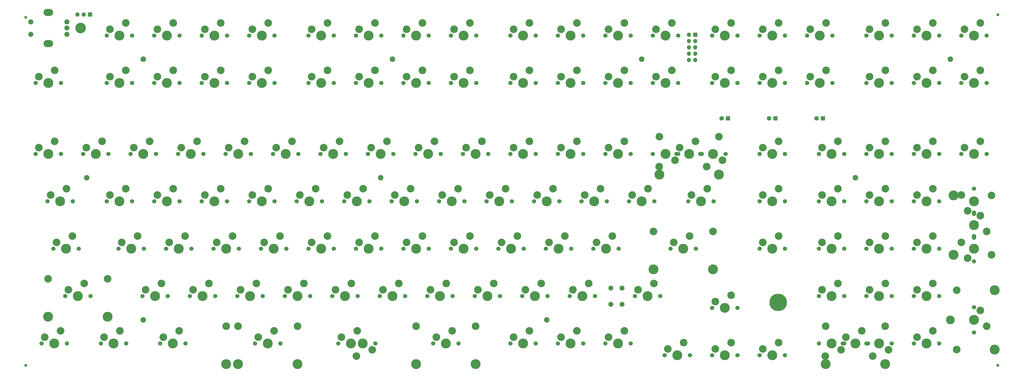
<source format=gbr>
G04 #@! TF.GenerationSoftware,KiCad,Pcbnew,7.0.2*
G04 #@! TF.CreationDate,2023-05-19T23:45:26-04:00*
G04 #@! TF.ProjectId,Boston-keyboard-V082DHA,426f7374-6f6e-42d6-9b65-79626f617264,rev?*
G04 #@! TF.SameCoordinates,Original*
G04 #@! TF.FileFunction,Soldermask,Top*
G04 #@! TF.FilePolarity,Negative*
%FSLAX46Y46*%
G04 Gerber Fmt 4.6, Leading zero omitted, Abs format (unit mm)*
G04 Created by KiCad (PCBNEW 7.0.2) date 2023-05-19 23:45:26*
%MOMM*%
%LPD*%
G01*
G04 APERTURE LIST*
%ADD10C,3.048000*%
%ADD11C,3.987800*%
%ADD12C,1.701800*%
%ADD13C,0.800000*%
%ADD14C,7.000000*%
%ADD15C,2.200000*%
%ADD16R,1.800000X1.800000*%
%ADD17C,1.800000*%
%ADD18C,1.152000*%
%ADD19C,2.000000*%
%ADD20R,1.700000X1.700000*%
%ADD21O,1.700000X1.700000*%
%ADD22C,3.500000*%
%ADD23O,2.768600X1.651000*%
%ADD24C,1.016000*%
%ADD25C,2.032000*%
%ADD26O,3.900000X2.799999*%
%ADD27C,4.250000*%
G04 APERTURE END LIST*
D10*
X221733750Y-160660000D03*
X228083750Y-158120000D03*
X237481750Y-156215000D03*
D11*
X213605750Y-171455000D03*
D10*
X213605750Y-156215000D03*
D12*
X220463750Y-163200000D03*
D11*
X225543750Y-163200000D03*
D12*
X230623750Y-163200000D03*
D11*
X237481750Y-171455000D03*
D10*
X150296250Y-160660000D03*
D11*
X166044250Y-171455000D03*
X154106250Y-163200000D03*
D10*
X156646250Y-158120000D03*
X166044250Y-156215000D03*
X142168250Y-156215000D03*
D12*
X149026250Y-163200000D03*
D11*
X142168250Y-171455000D03*
D12*
X159186250Y-163200000D03*
D11*
X187443750Y-163200000D03*
D10*
X137405750Y-156215000D03*
X237481750Y-156215000D03*
D12*
X182363750Y-163200000D03*
X192523750Y-163200000D03*
D11*
X137405750Y-171455000D03*
X237481750Y-171455000D03*
D10*
X189983750Y-158120000D03*
X183633750Y-160660000D03*
D13*
X356268500Y-146649500D03*
X357037345Y-144793345D03*
X357037345Y-148505655D03*
X358893500Y-144024500D03*
D14*
X358893500Y-146649500D03*
D13*
X358893500Y-149274500D03*
X360749655Y-144793345D03*
X360749655Y-148505655D03*
X361518500Y-146649500D03*
D15*
X304125200Y-48899992D03*
X389850272Y-96525032D03*
X427950304Y-48899992D03*
D16*
X338732500Y-72712500D03*
D17*
X336192500Y-72712500D03*
D18*
X447000000Y-31000000D03*
D16*
X357782500Y-72712500D03*
D17*
X355242500Y-72712500D03*
D19*
X291750000Y-147400000D03*
X291750000Y-140900000D03*
X296250000Y-147400000D03*
X296250000Y-140900000D03*
D20*
X82825000Y-30950000D03*
D21*
X80285000Y-30950000D03*
X77745000Y-30950000D03*
D18*
X57000000Y-172000000D03*
D15*
X266025168Y-153675080D03*
D18*
X57000000Y-32000000D03*
D15*
X199350112Y-96525032D03*
X104100032Y-153675080D03*
X204112500Y-48900000D03*
D22*
X427950304Y-153675080D03*
D15*
X81478138Y-96525032D03*
D20*
X325655625Y-39087500D03*
D21*
X323115625Y-39087500D03*
X325655625Y-41627500D03*
X323115625Y-41627500D03*
X325655625Y-44167500D03*
X323115625Y-44167500D03*
X325655625Y-46707500D03*
X323115625Y-46707500D03*
X325655625Y-49247500D03*
X323115625Y-49247500D03*
D16*
X376832500Y-72712500D03*
D17*
X374292500Y-72712500D03*
D18*
X447000000Y-172000000D03*
D12*
X280630000Y-87000000D03*
D10*
X278090000Y-81920000D03*
D11*
X275550000Y-87000000D03*
D10*
X271740000Y-84460000D03*
D12*
X270470000Y-87000000D03*
D11*
X401788000Y-171455000D03*
D10*
X401788000Y-156215000D03*
D12*
X394930000Y-163200000D03*
D10*
X392390000Y-158120000D03*
D11*
X389850000Y-163200000D03*
D10*
X386040000Y-160660000D03*
D12*
X384770000Y-163200000D03*
D11*
X377912000Y-171455000D03*
D10*
X377912000Y-156215000D03*
D12*
X256817500Y-125100000D03*
D10*
X254277500Y-120020000D03*
D11*
X251737500Y-125100000D03*
D10*
X247927500Y-122560000D03*
D12*
X246657500Y-125100000D03*
X423505000Y-163200000D03*
D10*
X420965000Y-158120000D03*
D11*
X418425000Y-163200000D03*
D10*
X414615000Y-160660000D03*
D12*
X413345000Y-163200000D03*
X261580000Y-163200000D03*
D10*
X259040000Y-158120000D03*
D11*
X256500000Y-163200000D03*
D10*
X252690000Y-160660000D03*
D12*
X251420000Y-163200000D03*
X99655000Y-58425000D03*
D10*
X97115000Y-53345000D03*
D11*
X94575000Y-58425000D03*
D10*
X90765000Y-55885000D03*
D12*
X89495000Y-58425000D03*
X309205000Y-106050000D03*
D10*
X306665000Y-100970000D03*
D11*
X304125000Y-106050000D03*
D10*
X300315000Y-103510000D03*
D12*
X299045000Y-106050000D03*
X218717500Y-39375000D03*
D10*
X216177500Y-34295000D03*
D11*
X213637500Y-39375000D03*
D10*
X209827500Y-36835000D03*
D12*
X208557500Y-39375000D03*
X437475000Y-100970000D03*
D10*
X432395000Y-103510000D03*
D11*
X437475000Y-106050000D03*
D10*
X434935000Y-109860000D03*
D12*
X437475000Y-111130000D03*
X342542500Y-58425000D03*
D10*
X340002500Y-53345000D03*
D11*
X337462500Y-58425000D03*
D10*
X333652500Y-55885000D03*
D12*
X332382500Y-58425000D03*
X361592500Y-125100000D03*
D10*
X359052500Y-120020000D03*
D11*
X356512500Y-125100000D03*
D10*
X352702500Y-122560000D03*
D12*
X351432500Y-125100000D03*
X361592500Y-106050000D03*
D10*
X359052500Y-100970000D03*
D11*
X356512500Y-106050000D03*
D10*
X352702500Y-103510000D03*
D12*
X351432500Y-106050000D03*
X423505000Y-125100000D03*
D10*
X420965000Y-120020000D03*
D11*
X418425000Y-125100000D03*
D10*
X414615000Y-122560000D03*
D12*
X413345000Y-125100000D03*
X97273750Y-163200000D03*
D10*
X94733750Y-158120000D03*
D11*
X92193750Y-163200000D03*
D10*
X88383750Y-160660000D03*
D12*
X87113750Y-163200000D03*
D11*
X89844250Y-152405000D03*
D10*
X89844250Y-137165000D03*
D12*
X82986250Y-144150000D03*
D10*
X80446250Y-139070000D03*
D11*
X77906250Y-144150000D03*
D10*
X74096250Y-141610000D03*
D12*
X72826250Y-144150000D03*
D11*
X65968250Y-152405000D03*
D10*
X65968250Y-137165000D03*
D12*
X394295000Y-163200000D03*
D10*
X396835000Y-168280000D03*
D11*
X399375000Y-163200000D03*
D10*
X403185000Y-165740000D03*
D12*
X404455000Y-163200000D03*
X142517500Y-125100000D03*
D10*
X139977500Y-120020000D03*
D11*
X137437500Y-125100000D03*
D10*
X133627500Y-122560000D03*
D12*
X132357500Y-125100000D03*
X299680000Y-39375000D03*
D10*
X297140000Y-34295000D03*
D11*
X294600000Y-39375000D03*
D10*
X290790000Y-36835000D03*
D12*
X289520000Y-39375000D03*
X333017500Y-106050000D03*
D10*
X330477500Y-100970000D03*
D11*
X327937500Y-106050000D03*
D10*
X324127500Y-103510000D03*
D12*
X322857500Y-106050000D03*
X132992500Y-144150000D03*
D10*
X130452500Y-139070000D03*
D11*
X127912500Y-144150000D03*
D10*
X124102500Y-141610000D03*
D12*
X122832500Y-144150000D03*
X266342500Y-144150000D03*
D10*
X263802500Y-139070000D03*
D11*
X261262500Y-144150000D03*
D10*
X257452500Y-141610000D03*
D12*
X256182500Y-144150000D03*
X218717500Y-125100000D03*
D10*
X216177500Y-120020000D03*
D11*
X213637500Y-125100000D03*
D10*
X209827500Y-122560000D03*
D12*
X208557500Y-125100000D03*
X185380000Y-87000000D03*
D10*
X182840000Y-81920000D03*
D11*
X180300000Y-87000000D03*
D10*
X176490000Y-84460000D03*
D12*
X175220000Y-87000000D03*
D11*
X332731964Y-133355000D03*
D10*
X332731964Y-118115000D03*
D12*
X325873964Y-125100000D03*
D10*
X323333964Y-120020000D03*
D11*
X320793964Y-125100000D03*
D10*
X316983964Y-122560000D03*
D12*
X315713964Y-125100000D03*
D11*
X308855964Y-133355000D03*
D10*
X308855964Y-118115000D03*
D12*
X299680000Y-87000000D03*
D10*
X297140000Y-81920000D03*
D11*
X294600000Y-87000000D03*
D10*
X290790000Y-84460000D03*
D12*
X289520000Y-87000000D03*
X156805000Y-58425000D03*
D10*
X154265000Y-53345000D03*
D11*
X151725000Y-58425000D03*
D10*
X147915000Y-55885000D03*
D12*
X146645000Y-58425000D03*
X199667500Y-125100000D03*
D10*
X197127500Y-120020000D03*
D11*
X194587500Y-125100000D03*
D10*
X190777500Y-122560000D03*
D12*
X189507500Y-125100000D03*
X261580160Y-39375000D03*
D10*
X259040160Y-34295000D03*
D11*
X256500160Y-39375000D03*
D10*
X252690160Y-36835000D03*
D12*
X251420160Y-39375000D03*
X223480000Y-87000000D03*
D10*
X220940000Y-81920000D03*
D11*
X218400000Y-87000000D03*
D10*
X214590000Y-84460000D03*
D12*
X213320000Y-87000000D03*
X442555000Y-87000000D03*
D10*
X440015000Y-81920000D03*
D11*
X437475000Y-87000000D03*
D10*
X433665000Y-84460000D03*
D12*
X432395000Y-87000000D03*
X118705000Y-106050000D03*
D10*
X116165000Y-100970000D03*
D11*
X113625000Y-106050000D03*
D10*
X109815000Y-103510000D03*
D12*
X108545000Y-106050000D03*
X194905000Y-106050000D03*
D10*
X192365000Y-100970000D03*
D11*
X189825000Y-106050000D03*
D10*
X186015000Y-103510000D03*
D12*
X184745000Y-106050000D03*
X113942500Y-144150000D03*
D10*
X111402500Y-139070000D03*
D11*
X108862500Y-144150000D03*
D10*
X105052500Y-141610000D03*
D12*
X103782500Y-144150000D03*
X404455000Y-144150000D03*
D10*
X401915000Y-139070000D03*
D11*
X399375000Y-144150000D03*
D10*
X395565000Y-141610000D03*
D12*
X394295000Y-144150000D03*
X190142500Y-144150000D03*
D10*
X187602500Y-139070000D03*
D11*
X185062500Y-144150000D03*
D10*
X181252500Y-141610000D03*
D12*
X179982500Y-144150000D03*
X90130000Y-87000000D03*
D10*
X87590000Y-81920000D03*
D11*
X85050000Y-87000000D03*
D10*
X81240000Y-84460000D03*
D12*
X79970000Y-87000000D03*
D11*
X335113000Y-95255000D03*
D10*
X335113000Y-80015000D03*
D12*
X328255000Y-87000000D03*
D10*
X325715000Y-81920000D03*
D11*
X323175000Y-87000000D03*
D10*
X319365000Y-84460000D03*
D12*
X318095000Y-87000000D03*
D11*
X311237000Y-95255000D03*
D10*
X311237000Y-80015000D03*
D12*
X128230000Y-87000000D03*
D10*
X125690000Y-81920000D03*
D11*
X123150000Y-87000000D03*
D10*
X119340000Y-84460000D03*
D12*
X118070000Y-87000000D03*
X423505000Y-87000000D03*
D10*
X420965000Y-81920000D03*
D11*
X418425000Y-87000000D03*
D10*
X414615000Y-84460000D03*
D12*
X413345000Y-87000000D03*
X442555000Y-58425000D03*
D10*
X440015000Y-53345000D03*
D11*
X437475000Y-58425000D03*
D10*
X433665000Y-55885000D03*
D12*
X432395000Y-58425000D03*
X199667606Y-39375000D03*
D10*
X197127606Y-34295000D03*
D11*
X194587606Y-39375000D03*
D10*
X190777606Y-36835000D03*
D12*
X189507606Y-39375000D03*
X404455000Y-39375000D03*
D10*
X401915000Y-34295000D03*
D11*
X399375000Y-39375000D03*
D10*
X395565000Y-36835000D03*
D12*
X394295000Y-39375000D03*
X156805000Y-39375000D03*
D10*
X154265000Y-34295000D03*
D11*
X151725000Y-39375000D03*
D10*
X147915000Y-36835000D03*
D12*
X146645000Y-39375000D03*
X275867500Y-125100000D03*
D10*
X273327500Y-120020000D03*
D11*
X270787500Y-125100000D03*
D10*
X266977500Y-122560000D03*
D12*
X265707500Y-125100000D03*
X237767500Y-58425000D03*
D10*
X235227500Y-53345000D03*
D11*
X232687500Y-58425000D03*
D10*
X228877500Y-55885000D03*
D12*
X227607500Y-58425000D03*
X404455000Y-125100000D03*
D10*
X401915000Y-120020000D03*
D11*
X399375000Y-125100000D03*
D10*
X395565000Y-122560000D03*
D12*
X394295000Y-125100000D03*
X280630000Y-39375000D03*
D10*
X278090000Y-34295000D03*
D11*
X275550000Y-39375000D03*
D10*
X271740000Y-36835000D03*
D12*
X270470000Y-39375000D03*
X342542500Y-148912500D03*
D10*
X340002500Y-143832500D03*
D11*
X337462500Y-148912500D03*
D10*
X333652500Y-146372500D03*
D12*
X332382500Y-148912500D03*
X209192500Y-144150000D03*
D10*
X206652500Y-139070000D03*
D11*
X204112500Y-144150000D03*
D10*
X200302500Y-141610000D03*
D12*
X199032500Y-144150000D03*
X180617500Y-58425000D03*
D10*
X178077500Y-53345000D03*
D11*
X175537500Y-58425000D03*
D10*
X171727500Y-55885000D03*
D12*
X170457500Y-58425000D03*
X437475000Y-120020000D03*
D10*
X432395000Y-122560000D03*
D11*
X437475000Y-125100000D03*
D10*
X434935000Y-128910000D03*
D12*
X437475000Y-130180000D03*
X327620000Y-87000000D03*
D10*
X330160000Y-92080000D03*
D11*
X332700000Y-87000000D03*
D10*
X336510000Y-89540000D03*
D12*
X337780000Y-87000000D03*
X187126250Y-163200000D03*
D10*
X189666250Y-168280000D03*
D11*
X192206250Y-163200000D03*
D10*
X196016250Y-165740000D03*
D12*
X197286250Y-163200000D03*
X180617590Y-39375000D03*
D10*
X178077590Y-34295000D03*
D11*
X175537590Y-39375000D03*
D10*
X171727590Y-36835000D03*
D12*
X170457590Y-39375000D03*
X290155000Y-106050000D03*
D10*
X287615000Y-100970000D03*
D11*
X285075000Y-106050000D03*
D10*
X281265000Y-103510000D03*
D12*
X279995000Y-106050000D03*
X308570000Y-87000000D03*
D10*
X311110000Y-92080000D03*
D11*
X313650000Y-87000000D03*
D10*
X317460000Y-89540000D03*
D12*
X318730000Y-87000000D03*
X404455000Y-106050000D03*
D10*
X401915000Y-100970000D03*
D11*
X399375000Y-106050000D03*
D10*
X395565000Y-103510000D03*
D12*
X394295000Y-106050000D03*
X118705000Y-39375000D03*
D10*
X116165000Y-34295000D03*
D11*
X113625000Y-39375000D03*
D10*
X109815000Y-36835000D03*
D12*
X108545000Y-39375000D03*
X237767500Y-125100000D03*
D10*
X235227500Y-120020000D03*
D11*
X232687500Y-125100000D03*
D10*
X228877500Y-122560000D03*
D12*
X227607500Y-125100000D03*
X137755000Y-106050000D03*
D10*
X135215000Y-100970000D03*
D11*
X132675000Y-106050000D03*
D10*
X128865000Y-103510000D03*
D12*
X127595000Y-106050000D03*
X199667500Y-58425000D03*
D10*
X197127500Y-53345000D03*
D11*
X194587500Y-58425000D03*
D10*
X190777500Y-55885000D03*
D12*
X189507500Y-58425000D03*
X171092500Y-144150000D03*
D10*
X168552500Y-139070000D03*
D11*
X166012500Y-144150000D03*
D10*
X162202500Y-141610000D03*
D12*
X160932500Y-144150000D03*
X342542500Y-167962500D03*
D10*
X340002500Y-162882500D03*
D11*
X337462500Y-167962500D03*
D10*
X333652500Y-165422500D03*
D12*
X332382500Y-167962500D03*
X75842500Y-106050000D03*
D10*
X73302500Y-100970000D03*
D11*
X70762500Y-106050000D03*
D10*
X66952500Y-103510000D03*
D12*
X65682500Y-106050000D03*
X375245000Y-163200000D03*
D10*
X377785000Y-168280000D03*
D11*
X380325000Y-163200000D03*
D10*
X384135000Y-165740000D03*
D12*
X385405000Y-163200000D03*
X99655000Y-106050000D03*
D10*
X97115000Y-100970000D03*
D11*
X94575000Y-106050000D03*
D10*
X90765000Y-103510000D03*
D12*
X89495000Y-106050000D03*
X71080000Y-58425000D03*
D10*
X68540000Y-53345000D03*
D11*
X66000000Y-58425000D03*
D10*
X62190000Y-55885000D03*
D12*
X60920000Y-58425000D03*
X318730000Y-39375000D03*
D10*
X316190000Y-34295000D03*
D11*
X313650000Y-39375000D03*
D10*
X309840000Y-36835000D03*
D12*
X308570000Y-39375000D03*
X361592500Y-167962500D03*
D10*
X359052500Y-162882500D03*
D11*
X356512500Y-167962500D03*
D10*
X352702500Y-165422500D03*
D12*
X351432500Y-167962500D03*
X261580000Y-87000000D03*
D10*
X259040000Y-81920000D03*
D11*
X256500000Y-87000000D03*
D10*
X252690000Y-84460000D03*
D12*
X251420000Y-87000000D03*
X99655000Y-39375000D03*
D10*
X97115000Y-34295000D03*
D11*
X94575000Y-39375000D03*
D10*
X90765000Y-36835000D03*
D12*
X89495000Y-39375000D03*
X147280000Y-87000000D03*
D10*
X144740000Y-81920000D03*
D11*
X142200000Y-87000000D03*
D10*
X138390000Y-84460000D03*
D12*
X137120000Y-87000000D03*
D11*
X429220000Y-127513000D03*
D10*
X444460000Y-127513000D03*
D12*
X437475000Y-120655000D03*
D10*
X442555000Y-118115000D03*
D11*
X437475000Y-115575000D03*
D10*
X440015000Y-111765000D03*
D12*
X437475000Y-110495000D03*
D11*
X429220000Y-103637000D03*
D10*
X444460000Y-103637000D03*
D12*
X361592500Y-58425000D03*
D10*
X359052500Y-53345000D03*
D11*
X356512500Y-58425000D03*
D10*
X352702500Y-55885000D03*
D12*
X351432500Y-58425000D03*
X228242500Y-144150000D03*
D10*
X225702500Y-139070000D03*
D11*
X223162500Y-144150000D03*
D10*
X219352500Y-141610000D03*
D12*
X218082500Y-144150000D03*
X361592500Y-39375000D03*
D10*
X359052500Y-34295000D03*
D11*
X356512500Y-39375000D03*
D10*
X352702500Y-36835000D03*
D12*
X351432500Y-39375000D03*
X280630000Y-163200000D03*
D10*
X278090000Y-158120000D03*
D11*
X275550000Y-163200000D03*
D10*
X271740000Y-160660000D03*
D12*
X270470000Y-163200000D03*
X121086250Y-163200000D03*
D10*
X118546250Y-158120000D03*
D11*
X116006250Y-163200000D03*
D10*
X112196250Y-160660000D03*
D12*
X110926250Y-163200000D03*
X380642500Y-39375000D03*
D10*
X378102500Y-34295000D03*
D11*
X375562500Y-39375000D03*
D10*
X371752500Y-36835000D03*
D12*
X370482500Y-39375000D03*
X442555000Y-39375000D03*
D10*
X440015000Y-34295000D03*
D11*
X437475000Y-39375000D03*
D10*
X433665000Y-36835000D03*
D12*
X432395000Y-39375000D03*
X404455000Y-87000000D03*
D10*
X401915000Y-81920000D03*
D11*
X399375000Y-87000000D03*
D10*
X395565000Y-84460000D03*
D12*
X394295000Y-87000000D03*
X137755000Y-39375000D03*
D10*
X135215000Y-34295000D03*
D11*
X132675000Y-39375000D03*
D10*
X128865000Y-36835000D03*
D12*
X127595000Y-39375000D03*
X242530000Y-87000000D03*
D10*
X239990000Y-81920000D03*
D11*
X237450000Y-87000000D03*
D10*
X233640000Y-84460000D03*
D12*
X232370000Y-87000000D03*
X342542500Y-39375000D03*
D10*
X340002500Y-34295000D03*
D11*
X337462500Y-39375000D03*
D10*
X333652500Y-36835000D03*
D12*
X332382500Y-39375000D03*
X152042500Y-144150000D03*
D10*
X149502500Y-139070000D03*
D11*
X146962500Y-144150000D03*
D10*
X143152500Y-141610000D03*
D12*
X141882500Y-144150000D03*
X423505000Y-144150000D03*
D10*
X420965000Y-139070000D03*
D11*
X418425000Y-144150000D03*
D10*
X414615000Y-141610000D03*
D12*
X413345000Y-144150000D03*
X109180000Y-87000000D03*
D10*
X106640000Y-81920000D03*
D11*
X104100000Y-87000000D03*
D10*
X100290000Y-84460000D03*
D12*
X99020000Y-87000000D03*
X71080000Y-87000000D03*
D10*
X68540000Y-81920000D03*
D11*
X66000000Y-87000000D03*
D10*
X62190000Y-84460000D03*
D12*
X60920000Y-87000000D03*
X78223750Y-125100000D03*
D10*
X75683750Y-120020000D03*
D11*
X73143750Y-125100000D03*
D10*
X69333750Y-122560000D03*
D12*
X68063750Y-125100000D03*
X161567500Y-125100000D03*
D10*
X159027500Y-120020000D03*
D11*
X156487500Y-125100000D03*
D10*
X152677500Y-122560000D03*
D12*
X151407500Y-125100000D03*
X280630000Y-58425000D03*
D10*
X278090000Y-53345000D03*
D11*
X275550000Y-58425000D03*
D10*
X271740000Y-55885000D03*
D12*
X270470000Y-58425000D03*
X180617500Y-125100000D03*
D10*
X178077500Y-120020000D03*
D11*
X175537500Y-125100000D03*
D10*
X171727500Y-122560000D03*
D12*
X170457500Y-125100000D03*
X423505000Y-106050000D03*
D10*
X420965000Y-100970000D03*
D11*
X418425000Y-106050000D03*
D10*
X414615000Y-103510000D03*
D12*
X413345000Y-106050000D03*
X247292500Y-144150000D03*
D10*
X244752500Y-139070000D03*
D11*
X242212500Y-144150000D03*
D10*
X238402500Y-141610000D03*
D12*
X237132500Y-144150000D03*
X118705000Y-58425000D03*
D10*
X116165000Y-53345000D03*
D11*
X113625000Y-58425000D03*
D10*
X109815000Y-55885000D03*
D12*
X108545000Y-58425000D03*
X156805000Y-106050000D03*
D10*
X154265000Y-100970000D03*
D11*
X151725000Y-106050000D03*
D10*
X147915000Y-103510000D03*
D12*
X146645000Y-106050000D03*
X385405000Y-106050000D03*
D10*
X382865000Y-100970000D03*
D11*
X380325000Y-106050000D03*
D10*
X376515000Y-103510000D03*
D12*
X375245000Y-106050000D03*
X261580000Y-58425000D03*
D10*
X259040000Y-53345000D03*
D11*
X256500000Y-58425000D03*
D10*
X252690000Y-55885000D03*
D12*
X251420000Y-58425000D03*
D23*
X66000000Y-30125000D03*
D24*
X73500000Y-33875000D03*
X59000000Y-33875000D03*
X73500000Y-36375000D03*
X73500000Y-38875000D03*
X59000000Y-38875000D03*
D23*
X66000000Y-42625000D03*
D25*
X73500000Y-33875000D03*
X73500000Y-38875000D03*
X73500000Y-36375000D03*
D26*
X66000000Y-30125000D03*
X66000000Y-42625000D03*
D25*
X59000000Y-33875000D03*
X59000000Y-38875000D03*
D12*
X318730000Y-58425000D03*
D10*
X316190000Y-53345000D03*
D11*
X313650000Y-58425000D03*
D10*
X309840000Y-55885000D03*
D12*
X308570000Y-58425000D03*
X237767500Y-39375000D03*
D10*
X235227500Y-34295000D03*
D11*
X232687500Y-39375000D03*
D10*
X228877500Y-36835000D03*
D12*
X227607500Y-39375000D03*
X385405000Y-125100000D03*
D10*
X382865000Y-120020000D03*
D11*
X380325000Y-125100000D03*
D10*
X376515000Y-122560000D03*
D12*
X375245000Y-125100000D03*
X299680000Y-58425000D03*
D10*
X297140000Y-53345000D03*
D11*
X294600000Y-58425000D03*
D10*
X290790000Y-55885000D03*
D12*
X289520000Y-58425000D03*
X271105000Y-106050000D03*
D10*
X268565000Y-100970000D03*
D11*
X266025000Y-106050000D03*
D10*
X262215000Y-103510000D03*
D12*
X260945000Y-106050000D03*
D15*
X104100000Y-48900000D03*
D12*
X294917500Y-125100000D03*
D10*
X292377500Y-120020000D03*
D11*
X289837500Y-125100000D03*
D10*
X286027500Y-122560000D03*
D12*
X284757500Y-125100000D03*
X166330000Y-87000000D03*
D10*
X163790000Y-81920000D03*
D11*
X161250000Y-87000000D03*
D10*
X157440000Y-84460000D03*
D12*
X156170000Y-87000000D03*
X104417500Y-125100000D03*
D10*
X101877500Y-120020000D03*
D11*
X99337500Y-125100000D03*
D10*
X95527500Y-122560000D03*
D12*
X94257500Y-125100000D03*
X380642500Y-58425000D03*
D10*
X378102500Y-53345000D03*
D11*
X375562500Y-58425000D03*
D10*
X371752500Y-55885000D03*
D12*
X370482500Y-58425000D03*
X123467500Y-125100000D03*
D10*
X120927500Y-120020000D03*
D11*
X118387500Y-125100000D03*
D10*
X114577500Y-122560000D03*
D12*
X113307500Y-125100000D03*
X252055000Y-106050000D03*
D10*
X249515000Y-100970000D03*
D11*
X246975000Y-106050000D03*
D10*
X243165000Y-103510000D03*
D12*
X241895000Y-106050000D03*
X385405000Y-144150000D03*
D10*
X382865000Y-139070000D03*
D11*
X380325000Y-144150000D03*
D10*
X376515000Y-141610000D03*
D12*
X375245000Y-144150000D03*
X423505000Y-39375000D03*
D10*
X420965000Y-34295000D03*
D11*
X418425000Y-39375000D03*
D10*
X414615000Y-36835000D03*
D12*
X413345000Y-39375000D03*
X218717500Y-58425000D03*
D10*
X216177500Y-53345000D03*
D11*
X213637500Y-58425000D03*
D10*
X209827500Y-55885000D03*
D12*
X208557500Y-58425000D03*
X311586250Y-144150000D03*
D10*
X309046250Y-139070000D03*
D11*
X306506250Y-144150000D03*
D10*
X302696250Y-141610000D03*
D12*
X301426250Y-144150000D03*
X137755000Y-58425000D03*
D10*
X135215000Y-53345000D03*
D11*
X132675000Y-58425000D03*
D10*
X128865000Y-55885000D03*
D12*
X127595000Y-58425000D03*
X285392500Y-144150000D03*
D10*
X282852500Y-139070000D03*
D11*
X280312500Y-144150000D03*
D10*
X276502500Y-141610000D03*
D12*
X275232500Y-144150000D03*
X404455000Y-58425000D03*
D10*
X401915000Y-53345000D03*
D11*
X399375000Y-58425000D03*
D10*
X395565000Y-55885000D03*
D12*
X394295000Y-58425000D03*
X213955000Y-106050000D03*
D10*
X211415000Y-100970000D03*
D11*
X208875000Y-106050000D03*
D10*
X205065000Y-103510000D03*
D12*
X203795000Y-106050000D03*
X385405000Y-87000000D03*
D10*
X382865000Y-81920000D03*
D11*
X380325000Y-87000000D03*
D10*
X376515000Y-84460000D03*
D12*
X375245000Y-87000000D03*
X323492500Y-167962500D03*
D10*
X320952500Y-162882500D03*
D11*
X318412500Y-167962500D03*
D10*
X314602500Y-165422500D03*
D12*
X313332500Y-167962500D03*
D27*
X79000000Y-36375000D03*
D10*
X430490000Y-165613000D03*
D11*
X445730000Y-165613000D03*
D12*
X437475000Y-158755000D03*
D10*
X442555000Y-156215000D03*
D11*
X437475000Y-153675000D03*
D10*
X440015000Y-149865000D03*
D12*
X437475000Y-148595000D03*
D10*
X430490000Y-141737000D03*
D11*
X445730000Y-141737000D03*
D12*
X73461250Y-163200000D03*
D10*
X70921250Y-158120000D03*
D11*
X68381250Y-163200000D03*
D10*
X64571250Y-160660000D03*
D12*
X63301250Y-163200000D03*
X361592500Y-87000000D03*
D10*
X359052500Y-81920000D03*
D11*
X356512500Y-87000000D03*
D10*
X352702500Y-84460000D03*
D12*
X351432500Y-87000000D03*
X204430000Y-87000000D03*
D10*
X201890000Y-81920000D03*
D11*
X199350000Y-87000000D03*
D10*
X195540000Y-84460000D03*
D12*
X194270000Y-87000000D03*
X423505000Y-58425000D03*
D10*
X420965000Y-53345000D03*
D11*
X418425000Y-58425000D03*
D10*
X414615000Y-55885000D03*
D12*
X413345000Y-58425000D03*
X299680000Y-163200000D03*
D10*
X297140000Y-158120000D03*
D11*
X294600000Y-163200000D03*
D10*
X290790000Y-160660000D03*
D12*
X289520000Y-163200000D03*
X175855000Y-106050000D03*
D10*
X173315000Y-100970000D03*
D11*
X170775000Y-106050000D03*
D10*
X166965000Y-103510000D03*
D12*
X165695000Y-106050000D03*
X233005000Y-106050000D03*
D10*
X230465000Y-100970000D03*
D11*
X227925000Y-106050000D03*
D10*
X224115000Y-103510000D03*
D12*
X222845000Y-106050000D03*
M02*

</source>
